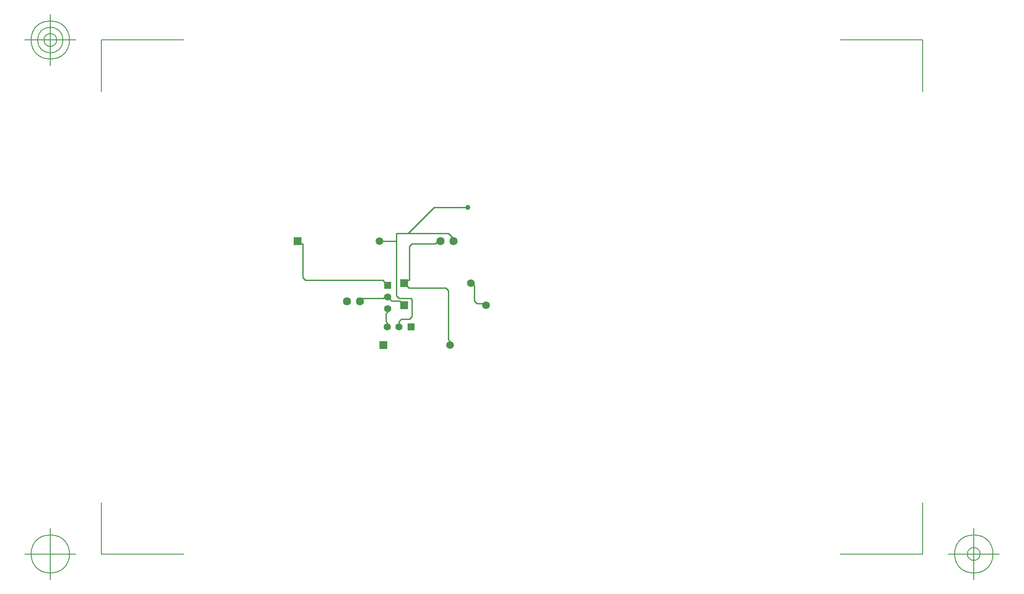
<source format=gbr>
G04 Generated by Ultiboard 14.2 *
%FSLAX33Y33*%
%MOMM*%

%ADD10C,0.001*%
%ADD11C,0.254*%
%ADD12C,0.127*%
%ADD13C,1.609*%
%ADD14C,1.000*%
%ADD15C,1.422*%
%ADD16R,1.422X1.422*%
%ADD17C,1.500*%
%ADD18R,1.500X1.500*%


G04 ColorRGB 00FF00 for the following layer *
%LNCopper Top*%
%LPD*%
G54D10*
G54D11*
X68580Y60960D02*
X68580Y61468D01*
X67564Y62484D01*
X66040Y60960D02*
X65532Y60960D01*
X65024Y60452D01*
X60452Y60452D01*
X59944Y59944D01*
X59944Y53340D01*
X58935Y53340D01*
X58935Y52693D01*
X67869Y40561D02*
X67869Y41351D01*
X67564Y41656D01*
X67564Y51308D01*
X67056Y51816D01*
X59812Y51816D01*
X58935Y52693D01*
X55724Y50000D02*
X55080Y50000D01*
X54864Y49784D01*
X50800Y49784D01*
X50800Y49672D01*
X50297Y49169D01*
X57924Y44134D02*
X57924Y45200D01*
X57924Y45224D01*
X58420Y45720D01*
X59944Y45720D01*
X60452Y46228D01*
X60452Y49530D01*
X60198Y49784D01*
X57912Y49784D01*
X57404Y50292D01*
X57404Y62484D01*
X58935Y48369D02*
X58028Y49276D01*
X56388Y49276D01*
X56388Y49336D01*
X55724Y50000D01*
X55724Y47700D02*
X55724Y47088D01*
X55372Y46736D01*
X55372Y45212D01*
X55624Y44960D01*
X55624Y44134D01*
X74935Y48369D02*
X74536Y48768D01*
X73152Y48768D01*
X72644Y49276D01*
X72644Y52324D01*
X72304Y52324D01*
X71935Y52693D01*
X67564Y62484D02*
X57404Y62484D01*
X57404Y60960D02*
X54100Y60960D01*
X55724Y52300D02*
X54864Y53160D01*
X54864Y53340D01*
X39624Y53340D01*
X39116Y53848D01*
X39116Y60452D01*
X38100Y60452D01*
X38100Y60960D01*
X59690Y62484D02*
X64770Y67564D01*
X71374Y67564D01*
G54D12*
X-254Y-254D02*
X-254Y9797D01*
X-254Y-254D02*
X15797Y-254D01*
X160254Y-254D02*
X144203Y-254D01*
X160254Y-254D02*
X160254Y9797D01*
X160254Y100254D02*
X160254Y90203D01*
X160254Y100254D02*
X144203Y100254D01*
X-254Y100254D02*
X15797Y100254D01*
X-254Y100254D02*
X-254Y90203D01*
X-5254Y-254D02*
X-15254Y-254D01*
X-10254Y-5254D02*
X-10254Y4746D01*
X-14004Y-254D02*
G75*
D01*
G02X-14004Y-254I3750J0*
G01*
X165254Y-254D02*
X175254Y-254D01*
X170254Y-5254D02*
X170254Y4746D01*
X166504Y-254D02*
G75*
D01*
G02X166504Y-254I3750J0*
G01*
X169004Y-254D02*
G75*
D01*
G02X169004Y-254I1250J0*
G01*
X-5254Y100254D02*
X-15254Y100254D01*
X-10254Y95254D02*
X-10254Y105254D01*
X-14004Y100254D02*
G75*
D01*
G02X-14004Y100254I3750J0*
G01*
X-12754Y100254D02*
G75*
D01*
G02X-12754Y100254I2500J0*
G01*
X-11504Y100254D02*
G75*
D01*
G02X-11504Y100254I1250J0*
G01*
G54D13*
X50297Y49169D03*
X47757Y49169D03*
X68580Y60960D03*
X66040Y60960D03*
G54D14*
X71374Y67564D03*
G54D15*
X55724Y50000D03*
X55724Y47700D03*
X57924Y44134D03*
X55624Y44134D03*
G54D16*
X55724Y52300D03*
X60224Y44134D03*
G54D17*
X74935Y48369D03*
X71935Y52693D03*
X67869Y40561D03*
X54100Y60960D03*
G54D18*
X58935Y48369D03*
X58935Y52693D03*
X54869Y40561D03*
X38100Y60960D03*

M02*

</source>
